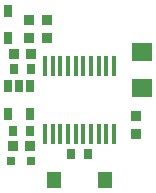
<source format=gtp>
%TF.GenerationSoftware,KiCad,Pcbnew,9.0.6-9.0.6~ubuntu22.04.1*%
%TF.CreationDate,2026-01-23T17:02:16+00:00*%
%TF.ProjectId,vm_light_sensor,766d5f6c-6967-4687-945f-73656e736f72,0.4*%
%TF.SameCoordinates,PX510ff40PY47868c0*%
%TF.FileFunction,Paste,Top*%
%TF.FilePolarity,Positive*%
%FSLAX45Y45*%
G04 Gerber Fmt 4.5, Leading zero omitted, Abs format (unit mm)*
G04 Created by KiCad (PCBNEW 9.0.6-9.0.6~ubuntu22.04.1) date 2026-01-23 17:02:16*
%MOMM*%
%LPD*%
G01*
G04 APERTURE LIST*
%ADD10R,0.860000X0.810000*%
%ADD11R,0.700000X1.000000*%
%ADD12R,0.800000X0.800000*%
%ADD13R,0.800000X0.900000*%
%ADD14O,0.360000X1.740000*%
%ADD15R,1.230000X1.360000*%
%ADD16R,1.800000X1.630000*%
%ADD17R,0.810000X0.860000*%
%ADD18R,0.750000X1.000000*%
G04 APERTURE END LIST*
D10*
%TO.C,R7*%
X-270000Y525000D03*
X-270000Y675000D03*
%TD*%
D11*
%TO.C,U2*%
X-415000Y120000D03*
X-510000Y120000D03*
X-605000Y120000D03*
X-605000Y-120000D03*
X-415000Y-120000D03*
%TD*%
D12*
%TO.C,D1*%
X-405000Y-520000D03*
X-575000Y-520000D03*
%TD*%
D10*
%TO.C,R6*%
X-430000Y525000D03*
X-430000Y675000D03*
%TD*%
D13*
%TO.C,C3*%
X-420000Y-260000D03*
X-560000Y-260000D03*
%TD*%
D14*
%TO.C,U1*%
X-291000Y-287000D03*
X-226000Y-287000D03*
X-161000Y-287000D03*
X-96000Y-287000D03*
X-30000Y-287000D03*
X35000Y-287000D03*
X100000Y-287000D03*
X165000Y-287000D03*
X230000Y-287000D03*
X295000Y-287000D03*
X295000Y287000D03*
X230000Y287000D03*
X165000Y287000D03*
X100000Y287000D03*
X35000Y287000D03*
X-30000Y287000D03*
X-96000Y287000D03*
X-161000Y287000D03*
X-226000Y287000D03*
X-291000Y287000D03*
%TD*%
D15*
%TO.C,SW1*%
X220000Y-680000D03*
X-216000Y-680000D03*
%TD*%
D16*
%TO.C,Q1*%
X528000Y406000D03*
X528000Y102000D03*
%TD*%
D17*
%TO.C,R5*%
X-405000Y390000D03*
X-555000Y390000D03*
%TD*%
D10*
%TO.C,R2*%
X483290Y-285000D03*
X483290Y-135000D03*
%TD*%
D13*
%TO.C,C1*%
X-70000Y-460000D03*
X70000Y-460000D03*
%TD*%
%TO.C,C2*%
X-410000Y260000D03*
X-550000Y260000D03*
%TD*%
D17*
%TO.C,R1*%
X-415000Y-390000D03*
X-565000Y-390000D03*
%TD*%
D18*
%TO.C,D2*%
X-600000Y757000D03*
X-600000Y523000D03*
%TD*%
M02*

</source>
